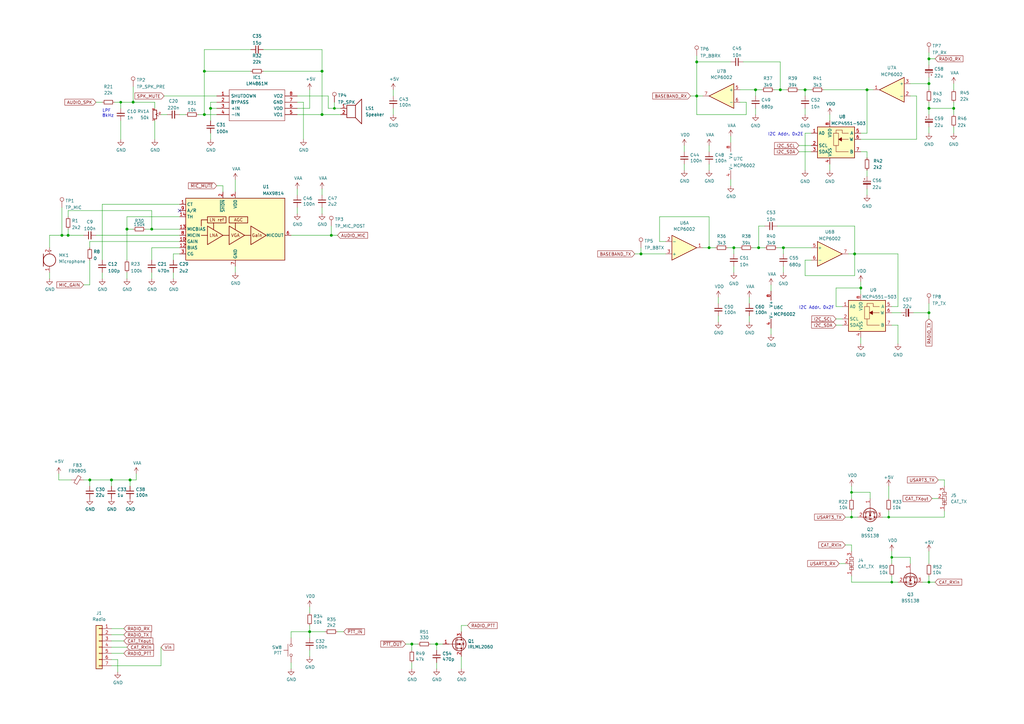
<source format=kicad_sch>
(kicad_sch (version 20211123) (generator eeschema)
  (paper "A3")
  (junction (at 53.34 196.85) (diameter 1.016))
  (junction (at 391.16 44.45) (diameter 1.016))
  (junction (at 364.49 212.09))
  (junction (at 168.91 264.16) (diameter 1.016))
  (junction (at 381 24.13) (diameter 1.016))
  (junction (at 350.52 104.14) (diameter 1.016))
  (junction (at 135.89 96.52) (diameter 1.016))
  (junction (at 321.31 101.6) (diameter 1.016))
  (junction (at 320.04 36.83) (diameter 1.016))
  (junction (at 54.61 41.91) (diameter 1.016))
  (junction (at 349.25 201.93))
  (junction (at 179.07 264.16) (diameter 1.016))
  (junction (at 365.76 228.6))
  (junction (at 330.2 36.83) (diameter 1.016))
  (junction (at 381 34.29) (diameter 1.016))
  (junction (at 365.76 238.76))
  (junction (at 355.6 36.83) (diameter 1.016))
  (junction (at 127 259.08) (diameter 1.016))
  (junction (at 311.15 101.6) (diameter 1.016))
  (junction (at 27.94 96.52) (diameter 1.016))
  (junction (at 349.25 212.09))
  (junction (at 132.08 46.99) (diameter 1.016))
  (junction (at 300.99 101.6) (diameter 1.016))
  (junction (at 62.23 93.98) (diameter 1.016))
  (junction (at 83.82 29.21) (diameter 1.016))
  (junction (at 45.72 196.85) (diameter 1.016))
  (junction (at 262.89 104.14) (diameter 1.016))
  (junction (at 285.75 25.4) (diameter 1.016))
  (junction (at 132.08 29.21) (diameter 1.016))
  (junction (at 381 44.45) (diameter 1.016))
  (junction (at 381 238.76))
  (junction (at 381 128.27) (diameter 1.016))
  (junction (at 36.83 196.85) (diameter 1.016))
  (junction (at 83.82 46.99) (diameter 1.016))
  (junction (at 285.75 39.37) (diameter 1.016))
  (junction (at 49.53 41.91))
  (junction (at 290.83 101.6) (diameter 1.016))
  (junction (at 353.06 118.11) (diameter 1.016))
  (junction (at 309.88 36.83) (diameter 1.016))
  (junction (at 52.07 93.98) (diameter 1.016))
  (junction (at 86.36 44.45) (diameter 1.016))
  (junction (at 137.16 44.45))
  (junction (at 25.4 96.52) (diameter 1.016))
  (no_connect (at 73.66 86.36))
  (wire (pts (xy 52.07 93.98) (xy 54.61 93.98)))
  (wire (pts (xy 349.25 209.55) (xy 349.25 212.09)))
  (wire (pts (xy 119.38 259.08) (xy 119.38 261.62)))
  (wire (pts (xy 304.8 25.4) (xy 320.04 25.4)))
  (wire (pts (xy 321.31 101.6) (xy 332.74 101.6)))
  (wire (pts (xy 381 128.27) (xy 381 130.81)))
  (wire (pts (xy 168.91 264.16) (xy 171.45 264.16)))
  (wire (pts (xy 353.06 57.15) (xy 375.92 57.15)))
  (wire (pts (xy 375.92 39.37) (xy 373.38 39.37)))
  (wire (pts (xy 375.92 57.15) (xy 375.92 39.37)))
  (wire (pts (xy 86.36 44.45) (xy 86.36 49.53)))
  (wire (pts (xy 342.9 130.81) (xy 345.44 130.81)))
  (wire (pts (xy 285.75 39.37) (xy 285.75 46.99)))
  (wire (pts (xy 285.75 46.99) (xy 306.07 46.99)))
  (wire (pts (xy 306.07 41.91) (xy 303.53 41.91)))
  (wire (pts (xy 306.07 46.99) (xy 306.07 41.91)))
  (wire (pts (xy 365.76 238.76) (xy 368.3 238.76)))
  (wire (pts (xy 45.72 260.35) (xy 50.8 260.35)))
  (wire (pts (xy 45.72 262.89) (xy 50.8 262.89)))
  (wire (pts (xy 344.17 231.14) (xy 346.71 231.14)))
  (wire (pts (xy 53.34 196.85) (xy 55.88 196.85)))
  (wire (pts (xy 83.82 20.32) (xy 83.82 29.21)))
  (wire (pts (xy 83.82 29.21) (xy 83.82 46.99)))
  (wire (pts (xy 364.49 199.39) (xy 364.49 204.47)))
  (wire (pts (xy 161.29 36.83) (xy 161.29 39.37)))
  (wire (pts (xy 62.23 111.76) (xy 62.23 114.3)))
  (wire (pts (xy 309.88 44.45) (xy 309.88 46.99)))
  (wire (pts (xy 378.46 238.76) (xy 381 238.76)))
  (wire (pts (xy 350.52 104.14) (xy 368.3 104.14)))
  (wire (pts (xy 384.81 196.85) (xy 387.35 196.85)))
  (wire (pts (xy 309.88 36.83) (xy 309.88 39.37)))
  (wire (pts (xy 303.53 36.83) (xy 309.88 36.83)))
  (wire (pts (xy 391.16 52.07) (xy 391.16 54.61)))
  (wire (pts (xy 45.72 265.43) (xy 52.07 265.43)))
  (wire (pts (xy 73.66 46.99) (xy 76.2 46.99)))
  (wire (pts (xy 137.16 44.45) (xy 139.7 44.45)))
  (wire (pts (xy 356.87 201.93) (xy 356.87 204.47)))
  (wire (pts (xy 36.83 106.68) (xy 36.83 116.84)))
  (wire (pts (xy 381 31.75) (xy 381 34.29)))
  (wire (pts (xy 285.75 39.37) (xy 285.75 25.4)))
  (wire (pts (xy 49.53 41.91) (xy 54.61 41.91)))
  (wire (pts (xy 54.61 41.91) (xy 63.5 41.91)))
  (wire (pts (xy 63.5 44.45) (xy 63.5 41.91)))
  (wire (pts (xy 34.29 196.85) (xy 36.83 196.85)))
  (wire (pts (xy 88.9 76.2) (xy 91.44 76.2)))
  (wire (pts (xy 91.44 78.74) (xy 91.44 76.2)))
  (wire (pts (xy 25.4 96.52) (xy 27.94 96.52)))
  (wire (pts (xy 20.32 96.52) (xy 25.4 96.52)))
  (wire (pts (xy 53.34 196.85) (xy 53.34 199.39)))
  (wire (pts (xy 189.23 269.24) (xy 189.23 274.32)))
  (wire (pts (xy 36.83 99.06) (xy 73.66 99.06)))
  (wire (pts (xy 285.75 39.37) (xy 288.29 39.37)))
  (wire (pts (xy 283.21 39.37) (xy 285.75 39.37)))
  (wire (pts (xy 132.08 77.47) (xy 132.08 80.01)))
  (wire (pts (xy 307.34 129.54) (xy 307.34 132.08)))
  (wire (pts (xy 121.92 77.47) (xy 121.92 80.01)))
  (wire (pts (xy 349.25 212.09) (xy 351.79 212.09)))
  (wire (pts (xy 119.38 271.78) (xy 119.38 274.32)))
  (wire (pts (xy 294.64 121.92) (xy 294.64 124.46)))
  (wire (pts (xy 45.72 273.05) (xy 66.04 273.05)))
  (wire (pts (xy 176.53 264.16) (xy 179.07 264.16)))
  (wire (pts (xy 36.83 196.85) (xy 36.83 199.39)))
  (wire (pts (xy 52.07 111.76) (xy 52.07 114.3)))
  (wire (pts (xy 54.61 35.56) (xy 54.61 41.91)))
  (wire (pts (xy 299.72 55.88) (xy 299.72 58.42)))
  (wire (pts (xy 62.23 93.98) (xy 73.66 93.98)))
  (wire (pts (xy 59.69 93.98) (xy 62.23 93.98)))
  (wire (pts (xy 349.25 201.93) (xy 356.87 201.93)))
  (wire (pts (xy 135.89 96.52) (xy 135.89 92.71)))
  (wire (pts (xy 138.43 96.52) (xy 135.89 96.52)))
  (wire (pts (xy 327.66 36.83) (xy 330.2 36.83)))
  (wire (pts (xy 330.2 36.83) (xy 330.2 39.37)))
  (wire (pts (xy 67.31 39.37) (xy 88.9 39.37)))
  (wire (pts (xy 20.32 96.52) (xy 20.32 101.6)))
  (wire (pts (xy 381 41.91) (xy 381 44.45)))
  (wire (pts (xy 381 44.45) (xy 381 46.99)))
  (wire (pts (xy 41.91 83.82) (xy 41.91 106.68)))
  (wire (pts (xy 73.66 83.82) (xy 41.91 83.82)))
  (wire (pts (xy 365.76 133.35) (xy 368.3 133.35)))
  (wire (pts (xy 368.3 133.35) (xy 368.3 140.97)))
  (wire (pts (xy 27.94 86.36) (xy 62.23 86.36)))
  (wire (pts (xy 300.99 109.22) (xy 300.99 111.76)))
  (wire (pts (xy 66.04 46.99) (xy 68.58 46.99)))
  (wire (pts (xy 24.13 196.85) (xy 24.13 194.31)))
  (wire (pts (xy 107.95 29.21) (xy 132.08 29.21)))
  (wire (pts (xy 166.37 264.16) (xy 168.91 264.16)))
  (wire (pts (xy 127 256.54) (xy 127 259.08)))
  (wire (pts (xy 71.12 104.14) (xy 71.12 106.68)))
  (wire (pts (xy 73.66 104.14) (xy 71.12 104.14)))
  (wire (pts (xy 96.52 73.66) (xy 96.52 78.74)))
  (wire (pts (xy 290.83 59.69) (xy 290.83 62.23)))
  (wire (pts (xy 364.49 212.09) (xy 387.35 212.09)))
  (wire (pts (xy 280.67 59.69) (xy 280.67 62.23)))
  (wire (pts (xy 45.72 257.81) (xy 50.8 257.81)))
  (wire (pts (xy 337.82 36.83) (xy 355.6 36.83)))
  (wire (pts (xy 355.6 54.61) (xy 353.06 54.61)))
  (wire (pts (xy 355.6 36.83) (xy 355.6 54.61)))
  (wire (pts (xy 316.23 116.84) (xy 316.23 119.38)))
  (wire (pts (xy 132.08 46.99) (xy 139.7 46.99)))
  (wire (pts (xy 327.66 59.69) (xy 332.74 59.69)))
  (wire (pts (xy 300.99 101.6) (xy 300.99 104.14)))
  (wire (pts (xy 365.76 228.6) (xy 373.38 228.6)))
  (wire (pts (xy 27.94 86.36) (xy 27.94 88.9)))
  (wire (pts (xy 321.31 101.6) (xy 321.31 104.14)))
  (wire (pts (xy 318.77 101.6) (xy 321.31 101.6)))
  (wire (pts (xy 36.83 196.85) (xy 45.72 196.85)))
  (wire (pts (xy 381 128.27) (xy 381 124.46)))
  (wire (pts (xy 138.43 259.08) (xy 140.97 259.08)))
  (wire (pts (xy 137.16 44.45) (xy 137.16 41.91)))
  (wire (pts (xy 317.5 36.83) (xy 320.04 36.83)))
  (wire (pts (xy 320.04 36.83) (xy 322.58 36.83)))
  (wire (pts (xy 134.62 44.45) (xy 137.16 44.45)))
  (wire (pts (xy 168.91 266.7) (xy 168.91 264.16)))
  (wire (pts (xy 316.23 137.16) (xy 316.23 134.62)))
  (wire (pts (xy 327.66 62.23) (xy 332.74 62.23)))
  (wire (pts (xy 285.75 25.4) (xy 299.72 25.4)))
  (wire (pts (xy 298.45 101.6) (xy 300.99 101.6)))
  (wire (pts (xy 300.99 101.6) (xy 303.53 101.6)))
  (wire (pts (xy 311.15 101.6) (xy 311.15 92.71)))
  (wire (pts (xy 311.15 92.71) (xy 313.69 92.71)))
  (wire (pts (xy 349.25 238.76) (xy 365.76 238.76)))
  (wire (pts (xy 39.37 96.52) (xy 73.66 96.52)))
  (wire (pts (xy 349.25 236.22) (xy 349.25 238.76)))
  (wire (pts (xy 381 24.13) (xy 383.54 24.13)))
  (wire (pts (xy 381 26.67) (xy 381 24.13)))
  (wire (pts (xy 45.72 196.85) (xy 53.34 196.85)))
  (wire (pts (xy 364.49 212.09) (xy 364.49 209.55)))
  (wire (pts (xy 46.99 41.91) (xy 49.53 41.91)))
  (wire (pts (xy 121.92 85.09) (xy 121.92 87.63)))
  (wire (pts (xy 349.25 201.93) (xy 349.25 204.47)))
  (wire (pts (xy 127 259.08) (xy 127 261.62)))
  (wire (pts (xy 330.2 44.45) (xy 330.2 46.99)))
  (wire (pts (xy 311.15 101.6) (xy 313.69 101.6)))
  (wire (pts (xy 308.61 101.6) (xy 311.15 101.6)))
  (wire (pts (xy 41.91 111.76) (xy 41.91 114.3)))
  (wire (pts (xy 48.26 270.51) (xy 48.26 275.59)))
  (wire (pts (xy 189.23 256.54) (xy 191.77 256.54)))
  (wire (pts (xy 355.6 77.47) (xy 355.6 80.01)))
  (wire (pts (xy 381 238.76) (xy 383.54 238.76)))
  (wire (pts (xy 381 21.59) (xy 381 24.13)))
  (wire (pts (xy 179.07 264.16) (xy 181.61 264.16)))
  (wire (pts (xy 330.2 106.68) (xy 330.2 113.03)))
  (wire (pts (xy 330.2 113.03) (xy 350.52 113.03)))
  (wire (pts (xy 332.74 106.68) (xy 330.2 106.68)))
  (wire (pts (xy 350.52 104.14) (xy 347.98 104.14)))
  (wire (pts (xy 350.52 113.03) (xy 350.52 104.14)))
  (wire (pts (xy 127 259.08) (xy 119.38 259.08)))
  (wire (pts (xy 307.34 121.92) (xy 307.34 124.46)))
  (wire (pts (xy 299.72 73.66) (xy 299.72 76.2)))
  (wire (pts (xy 34.29 116.84) (xy 36.83 116.84)))
  (wire (pts (xy 373.38 228.6) (xy 373.38 231.14)))
  (wire (pts (xy 365.76 228.6) (xy 365.76 231.14)))
  (wire (pts (xy 189.23 259.08) (xy 189.23 256.54)))
  (wire (pts (xy 161.29 44.45) (xy 161.29 46.99)))
  (wire (pts (xy 382.27 204.47) (xy 384.81 204.47)))
  (wire (pts (xy 355.6 69.85) (xy 355.6 72.39)))
  (wire (pts (xy 391.16 41.91) (xy 391.16 44.45)))
  (wire (pts (xy 49.53 41.91) (xy 49.53 44.45)))
  (wire (pts (xy 66.04 265.43) (xy 66.04 273.05)))
  (wire (pts (xy 132.08 85.09) (xy 132.08 87.63)))
  (wire (pts (xy 121.92 39.37) (xy 134.62 39.37)))
  (wire (pts (xy 309.88 36.83) (xy 312.42 36.83)))
  (wire (pts (xy 29.21 196.85) (xy 24.13 196.85)))
  (wire (pts (xy 320.04 25.4) (xy 320.04 36.83)))
  (wire (pts (xy 168.91 271.78) (xy 168.91 274.32)))
  (wire (pts (xy 127 259.08) (xy 133.35 259.08)))
  (wire (pts (xy 83.82 46.99) (xy 88.9 46.99)))
  (wire (pts (xy 81.28 46.99) (xy 83.82 46.99)))
  (wire (pts (xy 353.06 62.23) (xy 355.6 62.23)))
  (wire (pts (xy 355.6 62.23) (xy 355.6 64.77)))
  (wire (pts (xy 127 248.92) (xy 127 251.46)))
  (wire (pts (xy 39.37 41.91) (xy 41.91 41.91)))
  (wire (pts (xy 45.72 196.85) (xy 45.72 199.39)))
  (wire (pts (xy 368.3 104.14) (xy 368.3 125.73)))
  (wire (pts (xy 365.76 236.22) (xy 365.76 238.76)))
  (wire (pts (xy 290.83 67.31) (xy 290.83 69.85)))
  (wire (pts (xy 25.4 85.09) (xy 25.4 96.52)))
  (wire (pts (xy 321.31 109.22) (xy 321.31 111.76)))
  (wire (pts (xy 119.38 96.52) (xy 135.89 96.52)))
  (wire (pts (xy 20.32 111.76) (xy 20.32 114.3)))
  (wire (pts (xy 55.88 196.85) (xy 55.88 194.31)))
  (wire (pts (xy 179.07 264.16) (xy 179.07 266.7)))
  (wire (pts (xy 121.92 46.99) (xy 132.08 46.99)))
  (wire (pts (xy 353.06 138.43) (xy 353.06 140.97)))
  (wire (pts (xy 49.53 49.53) (xy 49.53 57.15)))
  (wire (pts (xy 63.5 49.53) (xy 63.5 57.15)))
  (wire (pts (xy 365.76 128.27) (xy 369.57 128.27)))
  (wire (pts (xy 368.3 125.73) (xy 365.76 125.73)))
  (wire (pts (xy 381 238.76) (xy 381 236.22)))
  (wire (pts (xy 83.82 29.21) (xy 102.87 29.21)))
  (wire (pts (xy 62.23 93.98) (xy 62.23 86.36)))
  (wire (pts (xy 346.71 223.52) (xy 349.25 223.52)))
  (wire (pts (xy 88.9 44.45) (xy 86.36 44.45)))
  (wire (pts (xy 86.36 41.91) (xy 88.9 41.91)))
  (wire (pts (xy 86.36 44.45) (xy 86.36 41.91)))
  (wire (pts (xy 62.23 101.6) (xy 62.23 106.68)))
  (wire (pts (xy 73.66 101.6) (xy 62.23 101.6)))
  (wire (pts (xy 96.52 109.22) (xy 96.52 111.76)))
  (wire (pts (xy 71.12 111.76) (xy 71.12 114.3)))
  (wire (pts (xy 342.9 133.35) (xy 345.44 133.35)))
  (wire (pts (xy 340.36 46.99) (xy 340.36 49.53)))
  (wire (pts (xy 391.16 34.29) (xy 391.16 36.83)))
  (wire (pts (xy 45.72 270.51) (xy 48.26 270.51)))
  (wire (pts (xy 83.82 20.32) (xy 102.87 20.32)))
  (wire (pts (xy 285.75 22.86) (xy 285.75 25.4)))
  (wire (pts (xy 290.83 101.6) (xy 288.29 101.6)))
  (wire (pts (xy 290.83 88.9) (xy 290.83 101.6)))
  (wire (pts (xy 270.51 88.9) (xy 290.83 88.9)))
  (wire (pts (xy 273.05 99.06) (xy 270.51 99.06)))
  (wire (pts (xy 270.51 99.06) (xy 270.51 88.9)))
  (wire (pts (xy 262.89 104.14) (xy 273.05 104.14)))
  (wire (pts (xy 349.25 223.52) (xy 349.25 226.06)))
  (wire (pts (xy 340.36 67.31) (xy 340.36 69.85)))
  (wire (pts (xy 107.95 20.32) (xy 132.08 20.32)))
  (wire (pts (xy 132.08 20.32) (xy 132.08 29.21)))
  (wire (pts (xy 132.08 29.21) (xy 132.08 46.99)))
  (wire (pts (xy 381 52.07) (xy 381 54.61)))
  (wire (pts (xy 294.64 129.54) (xy 294.64 132.08)))
  (wire (pts (xy 355.6 36.83) (xy 358.14 36.83)))
  (wire (pts (xy 346.71 212.09) (xy 349.25 212.09)))
  (wire (pts (xy 381 226.06) (xy 381 231.14)))
  (wire (pts (xy 332.74 54.61) (xy 330.2 54.61)))
  (wire (pts (xy 330.2 54.61) (xy 330.2 69.85)))
  (wire (pts (xy 260.35 104.14) (xy 262.89 104.14)))
  (wire (pts (xy 262.89 104.14) (xy 262.89 101.6)))
  (wire (pts (xy 330.2 36.83) (xy 332.74 36.83)))
  (wire (pts (xy 373.38 34.29) (xy 381 34.29)))
  (wire (pts (xy 381 34.29) (xy 381 36.83)))
  (wire (pts (xy 387.35 209.55) (xy 387.35 212.09)))
  (wire (pts (xy 342.9 118.11) (xy 353.06 118.11)))
  (wire (pts (xy 342.9 125.73) (xy 342.9 118.11)))
  (wire (pts (xy 345.44 125.73) (xy 342.9 125.73)))
  (wire (pts (xy 353.06 118.11) (xy 353.06 120.65)))
  (wire (pts (xy 121.92 41.91) (xy 124.46 41.91)))
  (wire (pts (xy 124.46 41.91) (xy 124.46 57.15)))
  (wire (pts (xy 52.07 93.98) (xy 52.07 106.68)))
  (wire (pts (xy 52.07 88.9) (xy 52.07 93.98)))
  (wire (pts (xy 73.66 88.9) (xy 52.07 88.9)))
  (wire (pts (xy 353.06 115.57) (xy 353.06 118.11)))
  (wire (pts (xy 36.83 99.06) (xy 36.83 101.6)))
  (wire (pts (xy 374.65 128.27) (xy 381 128.27)))
  (wire (pts (xy 27.94 93.98) (xy 27.94 96.52)))
  (wire (pts (xy 27.94 96.52) (xy 34.29 96.52)))
  (wire (pts (xy 387.35 196.85) (xy 387.35 199.39)))
  (wire (pts (xy 121.92 44.45) (xy 127 44.45)))
  (wire (pts (xy 127 36.83) (xy 127 44.45)))
  (wire (pts (xy 349.25 199.39) (xy 349.25 201.93)))
  (wire (pts (xy 350.52 92.71) (xy 350.52 104.14)))
  (wire (pts (xy 318.77 92.71) (xy 350.52 92.71)))
  (wire (pts (xy 381 44.45) (xy 391.16 44.45)))
  (wire (pts (xy 391.16 44.45) (xy 391.16 46.99)))
  (wire (pts (xy 280.67 67.31) (xy 280.67 69.85)))
  (wire (pts (xy 179.07 271.78) (xy 179.07 274.32)))
  (wire (pts (xy 361.95 212.09) (xy 364.49 212.09)))
  (wire (pts (xy 45.72 267.97) (xy 50.8 267.97)))
  (wire (pts (xy 86.36 54.61) (xy 86.36 57.15)))
  (wire (pts (xy 127 266.7) (xy 127 269.24)))
  (wire (pts (xy 365.76 226.06) (xy 365.76 228.6)))
  (wire (pts (xy 290.83 101.6) (xy 293.37 101.6)))
  (wire (pts (xy 134.62 39.37) (xy 134.62 44.45)))
  (text "LPF\n8kHz" (at 41.91 48.26 0) (effects (font (size 1.27 1.27)) (justify left bottom)))
  (text "I2C Addr. 0x2E" (at 314.96 55.88 0) (effects (font (size 1.27 1.27)) (justify left bottom)))
  (text "I2C Addr. 0x2F" (at 327.66 127 0) (effects (font (size 1.27 1.27)) (justify left bottom)))
  (global_label "CAT_RXin" (shape input) (at 383.54 238.76 0) (property "Intersheet References" "${INTERSHEET_REFS}" (effects hide)))
  (global_label "USART3_TX" (shape input) (at 346.71 212.09 180) (property "Intersheet References" "${INTERSHEET_REFS}" (effects hide)))
  (global_label "CAT_TXout" (shape input) (at 50.8 262.89 0) (property "Intersheet References" "${INTERSHEET_REFS}" (effects hide)))
  (global_label "RADIO_RX" (shape input) (at 50.8 257.81 0) (property "Intersheet References" "${INTERSHEET_REFS}" (effects hide)))
  (global_label "I2C_SCL" (shape input) (at 327.66 59.69 180) (property "Intersheet References" "${INTERSHEET_REFS}" (effects hide)))
  (global_label "USART3_TX" (shape input) (at 384.81 196.85 180) (property "Intersheet References" "${INTERSHEET_REFS}" (effects hide)))
  (global_label "CAT_RXin" (shape input) (at 346.71 223.52 180) (property "Intersheet References" "${INTERSHEET_REFS}" (effects hide)))
  (global_label "~{MIC_MUTE}" (shape input) (at 88.9 76.2 180) (property "Intersheet References" "${INTERSHEET_REFS}" (effects hide)))
  (global_label "I2C_SDA" (shape input) (at 342.9 133.35 180) (property "Intersheet References" "${INTERSHEET_REFS}" (effects hide)))
  (global_label "RADIO_TX" (shape input) (at 50.8 260.35 0) (property "Intersheet References" "${INTERSHEET_REFS}" (effects hide)))
  (global_label "RADIO_PTT" (shape input) (at 50.8 267.97 0) (property "Intersheet References" "${INTERSHEET_REFS}" (effects hide)))
  (global_label "~{PTT_IN}" (shape input) (at 140.97 259.08 0) (property "Intersheet References" "${INTERSHEET_REFS}" (effects hide)))
  (global_label "RADIO_PTT" (shape input) (at 191.77 256.54 0) (property "Intersheet References" "${INTERSHEET_REFS}" (effects hide)))
  (global_label "RADIO_RX" (shape input) (at 383.54 24.13 0) (property "Intersheet References" "${INTERSHEET_REFS}" (effects hide)))
  (global_label "CAT_RXin" (shape input) (at 52.07 265.43 0) (property "Intersheet References" "${INTERSHEET_REFS}" (effects hide)))
  (global_label "~{PTT_OUT}" (shape input) (at 166.37 264.16 180) (property "Intersheet References" "${INTERSHEET_REFS}" (effects hide)))
  (global_label "I2C_SCL" (shape input) (at 342.9 130.81 180) (property "Intersheet References" "${INTERSHEET_REFS}" (effects hide)))
  (global_label "MIC_GAIN" (shape input) (at 34.29 116.84 180) (property "Intersheet References" "${INTERSHEET_REFS}" (effects hide)))
  (global_label "Vin" (shape input) (at 66.04 265.43 0) (property "Intersheet References" "${INTERSHEET_REFS}" (effects hide)))
  (global_label "AUDIO_SPK" (shape input) (at 39.37 41.91 180) (property "Intersheet References" "${INTERSHEET_REFS}" (effects hide)))
  (global_label "I2C_SDA" (shape input) (at 327.66 62.23 180) (property "Intersheet References" "${INTERSHEET_REFS}" (effects hide)))
  (global_label "CAT_TXout" (shape input) (at 382.27 204.47 180) (property "Intersheet References" "${INTERSHEET_REFS}" (effects hide)))
  (global_label "BASEBAND_RX" (shape input) (at 283.21 39.37 180) (property "Intersheet References" "${INTERSHEET_REFS}" (effects hide)))
  (global_label "RADIO_TX" (shape input) (at 381 130.81 270) (property "Intersheet References" "${INTERSHEET_REFS}" (effects hide)))
  (global_label "AUDIO_MIC" (shape input) (at 138.43 96.52 0) (property "Intersheet References" "${INTERSHEET_REFS}" (effects hide)))
  (global_label "USART3_RX" (shape input) (at 344.17 231.14 180) (property "Intersheet References" "${INTERSHEET_REFS}" (effects hide)))
  (global_label "BASEBAND_TX" (shape input) (at 260.35 104.14 180) (property "Intersheet References" "${INTERSHEET_REFS}" (effects hide)))
  (global_label "SPK_MUTE" (shape input) (at 67.31 39.37 180) (property "Intersheet References" "${INTERSHEET_REFS}" (effects hide)))
  (symbol (lib_id "Device:Ferrite_Bead_Small") (at 31.75 196.85 270) (unit 1)
    (property "Reference" "FB3" (at 31.75 190.8302 90))
    (property "Value" "FB0805" (at 31.75 193.1416 90))
    (property "Footprint" "pkl_dipol:L_0805" (effects hide))
  )
  (symbol (lib_id "pkl_device:pkl_C_Small") (at 36.83 201.93 0) (unit 1)
    (property "Reference" "C30" (at 39.1668 200.7616 0) (effects (justify left)))
    (property "Value" "22u" (at 39.1668 203.073 0) (effects (justify left)))
    (property "Footprint" "pkl_dipol:C_0603" (effects hide))
  )
  (symbol (lib_id "pkl_device:pkl_C_Small") (at 45.72 201.93 0) (unit 1)
    (property "Reference" "C33" (at 48.0568 200.7616 0) (effects (justify left)))
    (property "Value" "1u" (at 48.0568 203.073 0) (effects (justify left)))
    (property "Footprint" "pkl_dipol:C_0603" (effects hide))
  )
  (symbol (lib_id "pkl_device:pkl_C_Small") (at 53.34 201.93 0) (unit 1)
    (property "Reference" "C38" (at 55.6768 200.7616 0) (effects (justify left)))
    (property "Value" "100n" (at 55.6768 203.073 0) (effects (justify left)))
    (property "Footprint" "pkl_dipol:C_0603" (effects hide))
  )
  (symbol (lib_id "power:GND") (at 36.83 204.47 0) (unit 1)
    (property "Reference" "#PWR069" (effects hide))
    (property "Value" "GND" (at 36.957 208.8642 0))
  )
  (symbol (lib_id "power:GND") (at 45.72 204.47 0) (unit 1)
    (property "Reference" "#PWR075" (effects hide))
    (property "Value" "GND" (at 45.847 208.8642 0))
  )
  (symbol (lib_id "power:GND") (at 53.34 204.47 0) (unit 1)
    (property "Reference" "#PWR077" (effects hide))
    (property "Value" "GND" (at 53.467 208.8642 0))
  )
  (symbol (lib_id "power:VAA") (at 55.88 194.31 0) (unit 1)
    (property "Reference" "#PWR079" (effects hide))
    (property "Value" "VAA" (at 56.261 189.9158 0))
  )
  (symbol (lib_id "power:VAA") (at 121.92 77.47 0) (unit 1)
    (property "Reference" "#PWR094" (effects hide))
    (property "Value" "VAA" (at 122.301 73.0758 0))
  )
  (symbol (lib_id "pkl_device:pkl_C_Small") (at 121.92 82.55 0) (unit 1)
    (property "Reference" "C46" (at 124.2568 81.3816 0) (effects (justify left)))
    (property "Value" "100n" (at 124.2568 83.693 0) (effects (justify left)))
    (property "Footprint" "pkl_dipol:C_0603" (effects hide))
  )
  (symbol (lib_id "pkl_device:pkl_C_Small") (at 132.08 82.55 0) (unit 1)
    (property "Reference" "C47" (at 134.4168 81.3816 0) (effects (justify left)))
    (property "Value" "2u2" (at 134.4168 83.693 0) (effects (justify left)))
    (property "Footprint" "pkl_dipol:C_0603" (effects hide))
  )
  (symbol (lib_id "power:VAA") (at 132.08 77.47 0) (unit 1)
    (property "Reference" "#PWR097" (effects hide))
    (property "Value" "VAA" (at 132.461 73.0758 0))
  )
  (symbol (lib_id "power:GND") (at 121.92 87.63 0) (unit 1)
    (property "Reference" "#PWR095" (effects hide))
    (property "Value" "GND" (at 122.047 92.0242 0))
  )
  (symbol (lib_id "power:GND") (at 132.08 87.63 0) (unit 1)
    (property "Reference" "#PWR098" (effects hide))
    (property "Value" "GND" (at 132.207 92.0242 0))
  )
  (symbol (lib_id "power:+5V") (at 161.29 36.83 0) (unit 1)
    (property "Reference" "#PWR089" (effects hide))
    (property "Value" "+5V" (at 161.671 32.4358 0))
  )
  (symbol (lib_id "pkl_device:pkl_C_Small") (at 161.29 41.91 0) (unit 1)
    (property "Reference" "C43" (at 163.6268 40.7416 0) (effects (justify left)))
    (property "Value" "100n" (at 163.6268 43.053 0) (effects (justify left)))
    (property "Footprint" "pkl_dipol:C_0603" (effects hide))
  )
  (symbol (lib_id "power:GND") (at 161.29 46.99 0) (unit 1)
    (property "Reference" "#PWR090" (effects hide))
    (property "Value" "GND" (at 161.417 51.3842 0))
  )
  (symbol (lib_id "pkl_device:pkl_R_Small") (at 127 254 0) (unit 1)
    (property "Reference" "R34" (at 128.4986 252.8316 0) (effects (justify left)))
    (property "Value" "10k" (at 128.4986 255.143 0) (effects (justify left)))
    (property "Footprint" "pkl_dipol:R_0603" (effects hide))
  )
  (symbol (lib_id "power:VDD") (at 127 248.92 0) (unit 1)
    (property "Reference" "#PWR072" (effects hide))
    (property "Value" "VDD" (at 127.381 244.5258 0))
  )
  (symbol (lib_id "pkl_device:pkl_C_Small") (at 127 264.16 0) (unit 1)
    (property "Reference" "C32" (at 129.3368 262.9916 0) (effects (justify left)))
    (property "Value" "100n" (at 129.3368 265.303 0) (effects (justify left)))
    (property "Footprint" "pkl_dipol:C_0603" (effects hide))
  )
  (symbol (lib_id "power:GND") (at 127 269.24 0) (unit 1)
    (property "Reference" "#PWR073" (effects hide))
    (property "Value" "GND" (at 127.127 273.6342 0))
  )
  (symbol (lib_id "pkl_device:pkl_R_Small") (at 135.89 259.08 270) (unit 1)
    (property "Reference" "R35" (at 135.89 254.1016 90))
    (property "Value" "2k2" (at 135.89 256.413 90))
    (property "Footprint" "pkl_dipol:R_0603" (effects hide))
  )
  (symbol (lib_id "power:VAA") (at 299.72 55.88 0) (unit 1)
    (property "Reference" "#PWR0105" (effects hide))
    (property "Value" "VAA" (at 300.101 51.4858 0))
  )
  (symbol (lib_id "power:GND") (at 299.72 76.2 0) (unit 1)
    (property "Reference" "#PWR0106" (effects hide))
    (property "Value" "GND" (at 299.847 80.5942 0))
  )
  (symbol (lib_id "power:VAA") (at 316.23 116.84 0) (unit 1)
    (property "Reference" "#PWR0119" (effects hide))
    (property "Value" "VAA" (at 316.611 112.4458 0))
  )
  (symbol (lib_id "power:GND") (at 316.23 137.16 0) (unit 1)
    (property "Reference" "#PWR0120" (effects hide))
    (property "Value" "GND" (at 316.357 141.5542 0))
  )
  (symbol (lib_id "power:VAA") (at 290.83 59.69 0) (unit 1)
    (property "Reference" "#PWR0102" (effects hide))
    (property "Value" "VAA" (at 291.211 55.2958 0))
  )
  (symbol (lib_id "pkl_device:pkl_C_Small") (at 290.83 64.77 0) (unit 1)
    (property "Reference" "C48" (at 293.1668 63.6016 0) (effects (justify left)))
    (property "Value" "100n" (at 293.1668 65.913 0) (effects (justify left)))
    (property "Footprint" "pkl_dipol:C_0603" (effects hide))
  )
  (symbol (lib_id "power:GND") (at 290.83 69.85 0) (unit 1)
    (property "Reference" "#PWR0103" (effects hide))
    (property "Value" "GND" (at 290.957 74.2442 0))
  )
  (symbol (lib_id "power:VAA") (at 307.34 121.92 0) (unit 1)
    (property "Reference" "#PWR0116" (effects hide))
    (property "Value" "VAA" (at 307.721 117.5258 0))
  )
  (symbol (lib_id "pkl_device:pkl_C_Small") (at 307.34 127 0) (unit 1)
    (property "Reference" "C60" (at 309.6768 125.8316 0) (effects (justify left)))
    (property "Value" "100n" (at 309.6768 128.143 0) (effects (justify left)))
    (property "Footprint" "pkl_dipol:C_0603" (effects hide))
  )
  (symbol (lib_id "power:GND") (at 307.34 132.08 0) (unit 1)
    (property "Reference" "#PWR0117" (effects hide))
    (property "Value" "GND" (at 307.467 136.4742 0))
  )
  (symbol (lib_id "pkl_device:pkl_R_Small") (at 168.91 269.24 0) (unit 1)
    (property "Reference" "R49" (at 170.4086 268.0716 0) (effects (justify left)))
    (property "Value" "47k" (at 170.4086 270.383 0) (effects (justify left)))
    (property "Footprint" "pkl_dipol:R_0603" (effects hide))
  )
  (symbol (lib_id "pkl_device:pkl_R_Small") (at 173.99 264.16 270) (unit 1)
    (property "Reference" "R51" (at 173.99 259.1816 90))
    (property "Value" "330" (at 173.99 261.493 90))
    (property "Footprint" "pkl_dipol:R_0603" (effects hide))
  )
  (symbol (lib_id "pkl_device:pkl_C_Small") (at 179.07 269.24 0) (unit 1)
    (property "Reference" "C54" (at 181.4068 268.0716 0) (effects (justify left)))
    (property "Value" "470p" (at 181.4068 270.383 0) (effects (justify left)))
    (property "Footprint" "pkl_dipol:C_0603" (effects hide))
  )
  (symbol (lib_id "Transistor_FET:IRLML2060") (at 186.69 264.16 0) (unit 1)
    (property "Reference" "Q1" (at 191.8716 262.9916 0) (effects (justify left)))
    (property "Value" "IRLML2060" (at 191.8716 265.303 0) (effects (justify left)))
    (property "Footprint" "pkl_housings_sot:SOT-23" (effects hide))
    (property "Datasheet" "https://www.infineon.com/dgdl/irlml2060pbf.pdf?fileId=5546d462533600a401535664b7fb25ee" (effects hide))
  )
  (symbol (lib_id "power:GND") (at 168.91 274.32 0) (unit 1)
    (property "Reference" "#PWR0109" (effects hide))
    (property "Value" "GND" (at 169.037 278.7142 0))
  )
  (symbol (lib_id "power:GND") (at 179.07 274.32 0) (unit 1)
    (property "Reference" "#PWR0111" (effects hide))
    (property "Value" "GND" (at 179.197 278.7142 0))
  )
  (symbol (lib_id "power:GND") (at 189.23 274.32 0) (unit 1)
    (property "Reference" "#PWR0114" (effects hide))
    (property "Value" "GND" (at 189.357 278.7142 0))
  )
  (symbol (lib_id "power:GND") (at 48.26 275.59 0) (unit 1)
    (property "Reference" "#PWR099" (effects hide))
    (property "Value" "GND" (at 48.387 279.9842 0))
  )
  (symbol (lib_id "pkl_device:pkl_C_Small") (at 36.83 96.52 90) (unit 1)
    (property "Reference" "C9" (at 36.83 90.9913 90))
    (property "Value" "100n" (at 36.83 93.7664 90))
    (property "Footprint" "pkl_dipol:C_0603" (effects hide))
  )
  (symbol (lib_id "pkl_device:pkl_R_Small") (at 335.28 36.83 90) (unit 1)
    (property "Reference" "R41" (at 335.28 32.1268 90))
    (property "Value" "3k3" (at 335.28 34.9019 90))
    (property "Footprint" "pkl_dipol:R_0603" (effects hide))
  )
  (symbol (lib_id "Connector:TestPoint") (at 25.4 85.09 0) (unit 1)
    (property "Reference" "TP1" (at 26.7971 82.34 0) (effects (justify left)))
    (property "Value" "TP_MIC" (at 26.7971 85.1151 0) (effects (justify left)))
    (property "Footprint" "TestPoint:TestPoint_Pad_D1.0mm" (effects hide))
  )
  (symbol (lib_id "power:GND") (at 280.67 69.85 0) (unit 1)
    (property "Reference" "#PWR086" (effects hide))
    (property "Value" "GND" (at 280.797 74.2442 0))
  )
  (symbol (lib_id "power:VAA") (at 96.52 73.66 0) (unit 1)
    (property "Reference" "#PWR066" (effects hide))
    (property "Value" "VAA" (at 96.901 69.2658 0))
  )
  (symbol (lib_id "Transistor_FET:BSS138") (at 356.87 209.55 270) (unit 1)
    (property "Reference" "Q2" (at 356.87 217.17 90))
    (property "Value" "BSS138" (at 356.87 219.71 90))
    (property "Footprint" "Package_TO_SOT_SMD:SOT-23" (effects hide))
    (property "Datasheet" "https://www.onsemi.com/pub/Collateral/BSS138-D.PDF" (effects hide))
  )
  (symbol (lib_id "Connector:TestPoint") (at 54.61 35.56 0) (unit 1)
    (property "Reference" "TP2" (at 56.0071 32.81 0) (effects (justify left)))
    (property "Value" "TP_SPK_PRE" (at 56.0071 35.5851 0) (effects (justify left)))
    (property "Footprint" "TestPoint:TestPoint_Pad_D1.0mm" (effects hide))
  )
  (symbol (lib_id "pkl_device:pkl_R_Small") (at 36.83 104.14 0) (unit 1)
    (property "Reference" "R8" (at 38.3287 103.2315 0) (effects (justify left)))
    (property "Value" "0" (at 38.3287 106.0066 0) (effects (justify left)))
    (property "Footprint" "pkl_dipol:R_0603" (effects hide))
  )
  (symbol (lib_id "pkl_device:pkl_R_Small") (at 391.16 39.37 0) (unit 1)
    (property "Reference" "R45" (at 393.7 38.0999 0) (effects (justify left)))
    (property "Value" "22k" (at 393.7 40.6399 0) (effects (justify left)))
    (property "Footprint" "pkl_dipol:R_0603" (effects hide))
  )
  (symbol (lib_id "power:VDD") (at 349.25 199.39 0) (unit 1)
    (property "Reference" "#PWR0142" (effects hide))
    (property "Value" "VDD" (at 349.631 194.9958 0))
  )
  (symbol (lib_id "pkl_device:pkl_R_Small") (at 78.74 46.99 90) (unit 1)
    (property "Reference" "R31" (at 78.74 42.2868 90))
    (property "Value" "10k" (at 78.74 45.0619 90))
    (property "Footprint" "pkl_dipol:R_0603" (effects hide))
  )
  (symbol (lib_id "Amplifier_Operational:MCP602") (at 295.91 39.37 0) (mirror y) (unit 2)
    (property "Reference" "U7" (at 295.91 29.21 0))
    (property "Value" "MCP6002" (at 295.91 31.75 0))
    (property "Footprint" "Package_SO:SOIC-8_3.9x4.9mm_P1.27mm" (effects hide))
    (property "Datasheet" "http://ww1.microchip.com/downloads/en/DeviceDoc/21314g.pdf" (effects hide))
  )
  (symbol (lib_id "power:+5V") (at 381 226.06 0) (unit 1)
    (property "Reference" "#PWR0133" (effects hide))
    (property "Value" "+5V" (at 381 222.4554 0))
  )
  (symbol (lib_id "power:GND") (at 63.5 57.15 0) (unit 1)
    (property "Reference" "#PWR014" (effects hide))
    (property "Value" "GND" (at 63.627 61.5442 0))
  )
  (symbol (lib_id "power:GND") (at 52.07 114.3 0) (unit 1)
    (property "Reference" "#PWR021" (effects hide))
    (property "Value" "GND" (at 52.197 118.6942 0))
  )
  (symbol (lib_id "power:GND") (at 62.23 114.3 0) (unit 1)
    (property "Reference" "#PWR026" (effects hide))
    (property "Value" "GND" (at 62.357 118.6942 0))
  )
  (symbol (lib_id "pkl_device:pkl_R_Small") (at 316.23 101.6 90) (unit 1)
    (property "Reference" "R40" (at 316.23 96.8968 90))
    (property "Value" "3k9" (at 316.23 99.6719 90))
    (property "Footprint" "pkl_dipol:R_0603" (effects hide))
  )
  (symbol (lib_id "pkl_misc:pkl_double_jumper_ncno") (at 349.25 231.14 90) (unit 1)
    (property "Reference" "J4" (at 351.79 229.8699 90) (effects (justify right)))
    (property "Value" "CAT_TX" (at 351.79 232.4099 90) (effects (justify right)))
    (property "Footprint" "pkl_jumpers:J_NCNO_0903_20" (effects hide))
  )
  (symbol (lib_id "power:GND") (at 391.16 54.61 0) (unit 1)
    (property "Reference" "#PWR0122" (effects hide))
    (property "Value" "GND" (at 391.16 59.1726 0))
  )
  (symbol (lib_id "power:VDD") (at 340.36 46.99 0) (unit 1)
    (property "Reference" "#PWR0107" (effects hide))
    (property "Value" "VDD" (at 340.741 42.5958 0))
  )
  (symbol (lib_id "power:+5V") (at 127 36.83 0) (unit 1)
    (property "Reference" "#PWR078" (effects hide))
    (property "Value" "+5V" (at 127.381 32.4358 0))
  )
  (symbol (lib_id "pkl_device:pkl_R_Small") (at 381 233.68 0) (unit 1)
    (property "Reference" "R52" (at 382.4986 232.5116 0) (effects (justify left)))
    (property "Value" "10k" (at 382.4986 234.823 0) (effects (justify left)))
    (property "Footprint" "pkl_dipol:R_0603" (effects hide))
  )
  (symbol (lib_id "pkl_device:pkl_C_Small") (at 49.53 46.99 180) (unit 1)
    (property "Reference" "C10" (at 52.07 45.7135 0) (effects (justify right)))
    (property "Value" "1n" (at 52.07 48.2535 0) (effects (justify right)))
    (property "Footprint" "pkl_dipol:C_0603" (effects hide))
  )
  (symbol (lib_id "Connector:TestPoint") (at 262.89 101.6 0) (unit 1)
    (property "Reference" "TP5" (at 264.2871 98.85 0) (effects (justify left)))
    (property "Value" "TP_BBTX" (at 264.2871 101.6251 0) (effects (justify left)))
    (property "Footprint" "TestPoint:TestPoint_Pad_D1.0mm" (effects hide))
  )
  (symbol (lib_id "power:GND") (at 41.91 114.3 0) (unit 1)
    (property "Reference" "#PWR06" (effects hide))
    (property "Value" "GND" (at 42.037 118.6942 0))
  )
  (symbol (lib_id "power:GND") (at 381 54.61 0) (unit 1)
    (property "Reference" "#PWR0115" (effects hide))
    (property "Value" "GND" (at 381 59.1726 0))
  )
  (symbol (lib_id "power:GND") (at 330.2 69.85 0) (unit 1)
    (property "Reference" "#PWR0101" (effects hide))
    (property "Value" "GND" (at 330.2 74.4126 0))
  )
  (symbol (lib_id "power:VDD") (at 365.76 226.06 0) (unit 1)
    (property "Reference" "#PWR0134" (effects hide))
    (property "Value" "VDD" (at 366.141 221.6658 0))
  )
  (symbol (lib_id "pkl_device:pkl_C_Small") (at 302.26 25.4 90) (unit 1)
    (property "Reference" "C45" (at 302.26 19.8713 90))
    (property "Value" "10n" (at 302.26 22.6464 90))
    (property "Footprint" "pkl_dipol:C_0603" (effects hide))
  )
  (symbol (lib_id "power:VAA") (at 391.16 34.29 0) (unit 1)
    (property "Reference" "#PWR0121" (effects hide))
    (property "Value" "VAA" (at 391.541 29.8958 0))
  )
  (symbol (lib_id "Module17:MCP4551") (at 355.6 130.81 0) (unit 1)
    (property "Reference" "U9" (at 358.14 118.9694 0))
    (property "Value" "MCP4551-503" (at 360.68 121.7445 0))
    (property "Footprint" "Package_DFN_QFN:DFN-8-1EP_3x3mm_P0.65mm_EP1.55x2.4mm" (effects hide))
  )
  (symbol (lib_id "power:GND") (at 368.3 140.97 0) (unit 1)
    (property "Reference" "#PWR0118" (effects hide))
    (property "Value" "GND" (at 368.3 145.5326 0))
  )
  (symbol (lib_id "Connector:TestPoint") (at 135.89 92.71 0) (unit 1)
    (property "Reference" "TP3" (at 137.2871 89.96 0) (effects (justify left)))
    (property "Value" "TP_MIC_POST" (at 137.2871 92.7351 0) (effects (justify left)))
    (property "Footprint" "TestPoint:TestPoint_Pad_D1.0mm" (effects hide))
  )
  (symbol (lib_id "power:VDD") (at 353.06 115.57 0) (unit 1)
    (property "Reference" "#PWR0112" (effects hide))
    (property "Value" "VDD" (at 353.441 111.1758 0))
  )
  (symbol (lib_id "pkl_device:pkl_R_Small") (at 381 39.37 0) (unit 1)
    (property "Reference" "R43" (at 382.4987 38.4615 0) (effects (justify left)))
    (property "Value" "22k" (at 382.4987 41.2366 0) (effects (justify left)))
    (property "Footprint" "pkl_dipol:R_0603" (effects hide))
  )
  (symbol (lib_id "pkl_device:pkl_R_Small") (at 105.41 29.21 90) (unit 1)
    (property "Reference" "R32" (at 105.41 22.86 90))
    (property "Value" "22k" (at 105.41 25.4 90))
    (property "Footprint" "pkl_dipol:R_0603" (effects hide))
  )
  (symbol (lib_id "power:GND") (at 353.06 140.97 0) (unit 1)
    (property "Reference" "#PWR0113" (effects hide))
    (property "Value" "GND" (at 353.06 145.5326 0))
  )
  (symbol (lib_id "power:GND") (at 340.36 69.85 0) (unit 1)
    (property "Reference" "#PWR0108" (effects hide))
    (property "Value" "GND" (at 340.36 74.4126 0))
  )
  (symbol (lib_id "pkl_device:pkl_R_Small") (at 365.76 233.68 0) (mirror y) (unit 1)
    (property "Reference" "R50" (at 364.2614 232.5116 0) (effects (justify left)))
    (property "Value" "10k" (at 364.2614 234.823 0) (effects (justify left)))
    (property "Footprint" "pkl_dipol:R_0603" (effects hide))
  )
  (symbol (lib_id "pkl_device:pkl_R_Small") (at 349.25 207.01 0) (mirror y) (unit 1)
    (property "Reference" "R22" (at 347.7514 205.8416 0) (effects (justify left)))
    (property "Value" "10k" (at 347.7514 208.153 0) (effects (justify left)))
    (property "Footprint" "pkl_dipol:R_0603" (effects hide))
  )
  (symbol (lib_id "Device:Speaker") (at 144.78 44.45 0) (unit 1)
    (property "Reference" "LS1" (at 149.86 44.4499 0) (effects (justify left)))
    (property "Value" "Speaker" (at 149.86 46.9899 0) (effects (justify left)))
    (property "Footprint" "M17-SmartMic:CMS151135078SP" (effects hide))
  )
  (symbol (lib_id "pkl_device:pkl_C_Small") (at 294.64 127 0) (unit 1)
    (property "Reference" "C50" (at 296.9768 125.8316 0) (effects (justify left)))
    (property "Value" "100n" (at 296.9768 128.143 0) (effects (justify left)))
    (property "Footprint" "pkl_dipol:C_0603" (effects hide))
  )
  (symbol (lib_id "pkl_device:pkl_C_Small") (at 309.88 41.91 0) (unit 1)
    (property "Reference" "C49" (at 312.2042 41.0015 0) (effects (justify left)))
    (property "Value" "680p" (at 312.2042 43.7766 0) (effects (justify left)))
    (property "Footprint" "pkl_dipol:C_0603" (effects hide))
  )
  (symbol (lib_id "power:VDD") (at 294.64 121.92 0) (unit 1)
    (property "Reference" "#PWR091" (effects hide))
    (property "Value" "VDD" (at 295.021 117.5258 0))
  )
  (symbol (lib_id "power:GND") (at 49.53 57.15 0) (unit 1)
    (property "Reference" "#PWR0131" (effects hide))
    (property "Value" "GND" (at 49.657 61.5442 0))
  )
  (symbol (lib_id "Amplifier_Operational:MCP602") (at 280.67 101.6 0) (mirror x) (unit 1)
    (property "Reference" "U6" (at 280.67 91.44 0))
    (property "Value" "MCP6002" (at 280.67 93.98 0))
    (property "Footprint" "Package_SO:SOIC-8_3.9x4.9mm_P1.27mm" (effects hide))
    (property "Datasheet" "http://ww1.microchip.com/downloads/en/DeviceDoc/21314g.pdf" (effects hide))
  )
  (symbol (lib_id "power:GND") (at 71.12 114.3 0) (unit 1)
    (property "Reference" "#PWR027" (effects hide))
    (property "Value" "GND" (at 71.247 118.6942 0))
  )
  (symbol (lib_id "power:GND") (at 300.99 111.76 0) (unit 1)
    (property "Reference" "#PWR093" (effects hide))
    (property "Value" "GND" (at 300.99 116.3226 0))
  )
  (symbol (lib_id "pkl_device:pkl_CP_Small") (at 381 29.21 180) (unit 1)
    (property "Reference" "C58" (at 383.1591 28.3015 0) (effects (justify right)))
    (property "Value" "22u" (at 383.1591 31.0766 0) (effects (justify right)))
    (property "Footprint" "Capacitor_Tantalum_SMD:CP_EIA-3216-18_Kemet-A" (effects hide))
  )
  (symbol (lib_id "pkl_device:pkl_R_Small") (at 325.12 36.83 90) (unit 1)
    (property "Reference" "R39" (at 325.12 32.1268 90))
    (property "Value" "39k" (at 325.12 34.9019 90))
    (property "Footprint" "pkl_dipol:R_0603" (effects hide))
  )
  (symbol (lib_id "Connector:TestPoint") (at 285.75 22.86 0) (unit 1)
    (property "Reference" "TP6" (at 287.1471 20.11 0) (effects (justify left)))
    (property "Value" "TP_BBRX" (at 287.1471 22.8851 0) (effects (justify left)))
    (property "Footprint" "TestPoint:TestPoint_Pad_D1.0mm" (effects hide))
  )
  (symbol (lib_id "pkl_device:pkl_C_Small") (at 62.23 109.22 0) (unit 1)
    (property "Reference" "C21" (at 64.5542 108.3115 0) (effects (justify left)))
    (property "Value" "470n" (at 64.5542 111.0866 0) (effects (justify left)))
    (property "Footprint" "pkl_dipol:C_0603" (effects hide))
  )
  (symbol (lib_name "R_Potentiometer_Switch_1") (lib_id "M17-SmartMic:R_Potentiometer_Switch") (at 63.5 46.99 0) (mirror x) (unit 1)
    (property "Reference" "RV1" (at 61.214 45.6945 0) (effects (justify right)))
    (property "Value" "50k" (at 61.214 48.2345 0) (effects (justify right)))
    (property "Footprint" "M17-SmartMic:PTR901" (effects hide))
  )
  (symbol (lib_id "pkl_device:pkl_C_Small") (at 41.91 109.22 0) (unit 1)
    (property "Reference" "C12" (at 44.2342 108.3115 0) (effects (justify left)))
    (property "Value" "100p" (at 44.2342 111.0866 0) (effects (justify left)))
    (property "Footprint" "pkl_dipol:C_0603" (effects hide))
  )
  (symbol (lib_id "pkl_device:pkl_C_Small") (at 280.67 64.77 0) (unit 1)
    (property "Reference" "C44" (at 283.0068 63.6016 0) (effects (justify left)))
    (property "Value" "100n" (at 283.0068 65.913 0) (effects (justify left)))
    (property "Footprint" "pkl_dipol:C_0603" (effects hide))
  )
  (symbol (lib_id "Connector:TestPoint") (at 381 124.46 0) (unit 1)
    (property "Reference" "TP8" (at 382.3971 121.71 0) (effects (justify left)))
    (property "Value" "TP_TX" (at 382.3971 124.4851 0) (effects (justify left)))
    (property "Footprint" "TestPoint:TestPoint_Pad_D1.0mm" (effects hide))
  )
  (symbol (lib_id "power:GND") (at 124.46 57.15 0) (unit 1)
    (property "Reference" "#PWR076" (effects hide))
    (property "Value" "GND" (at 124.587 61.5442 0))
  )
  (symbol (lib_id "pkl_device:pkl_C_Small") (at 330.2 41.91 0) (unit 1)
    (property "Reference" "C52" (at 332.5242 41.0015 0) (effects (justify left)))
    (property "Value" "10n" (at 332.5242 43.7766 0) (effects (justify left)))
    (property "Footprint" "pkl_dipol:C_0603" (effects hide))
  )
  (symbol (lib_id "Amplifier_Operational:MCP602") (at 313.69 127 0) (mirror y) (unit 3)
    (property "Reference" "U6" (at 317.2461 126.0915 0) (effects (justify right)))
    (property "Value" "MCP6002" (at 317.2461 128.8666 0) (effects (justify right)))
    (property "Footprint" "Package_SO:SOIC-8_3.9x4.9mm_P1.27mm" (effects hide))
    (property "Datasheet" "http://ww1.microchip.com/downloads/en/DeviceDoc/21314g.pdf" (effects hide))
  )
  (symbol (lib_id "pkl_device:pkl_R_Small") (at 355.6 67.31 0) (unit 1)
    (property "Reference" "R42" (at 358.14 66.0399 0) (effects (justify left)))
    (property "Value" "2k2" (at 358.14 68.5799 0) (effects (justify left)))
    (property "Footprint" "pkl_dipol:R_0603" (effects hide))
  )
  (symbol (lib_id "pkl_device:pkl_CP_Small") (at 355.6 74.93 0) (unit 1)
    (property "Reference" "C56" (at 357.7591 74.0215 0) (effects (justify left)))
    (property "Value" "22u" (at 357.7591 76.7966 0) (effects (justify left)))
    (property "Footprint" "Capacitor_Tantalum_SMD:CP_EIA-3216-18_Kemet-A" (effects hide))
  )
  (symbol (lib_id "pkl_device:pkl_C_Small") (at 105.41 20.32 90) (unit 1)
    (property "Reference" "C35" (at 105.41 14.7913 90))
    (property "Value" "15p" (at 105.41 17.5664 90))
    (property "Footprint" "pkl_dipol:C_0603" (effects hide))
  )
  (symbol (lib_id "pkl_device:pkl_R_Small") (at 391.16 49.53 0) (unit 1)
    (property "Reference" "R46" (at 392.6587 48.6215 0) (effects (justify left)))
    (property "Value" "22k" (at 392.6587 51.3966 0) (effects (justify left)))
    (property "Footprint" "pkl_dipol:R_0603" (effects hide))
  )
  (symbol (lib_id "Connector:TestPoint") (at 381 21.59 0) (unit 1)
    (property "Reference" "TP7" (at 382.3971 18.84 0) (effects (justify left)))
    (property "Value" "TP_RX" (at 382.3971 21.6151 0) (effects (justify left)))
    (property "Footprint" "TestPoint:TestPoint_Pad_D1.0mm" (effects hide))
  )
  (symbol (lib_id "pkl_device:pkl_C_Small") (at 86.36 52.07 0) (unit 1)
    (property "Reference" "C31" (at 88.6842 51.1615 0) (effects (justify left)))
    (property "Value" "100n" (at 88.6842 53.9366 0) (effects (justify left)))
    (property "Footprint" "pkl_dipol:C_0603" (effects hide))
  )
  (symbol (lib_id "pkl_device:pkl_R_Small") (at 314.96 36.83 90) (unit 1)
    (property "Reference" "R37" (at 314.96 32.1268 90))
    (property "Value" "3k9" (at 314.96 34.9019 90))
    (property "Footprint" "pkl_dipol:R_0603" (effects hide))
  )
  (symbol (lib_id "pkl_device:pkl_C_Small") (at 71.12 46.99 90) (unit 1)
    (property "Reference" "C20" (at 71.12 41.4613 90))
    (property "Value" "220n" (at 71.12 44.2364 90))
    (property "Footprint" "pkl_dipol:C_0603" (effects hide))
  )
  (symbol (lib_id "pkl_device:pkl_C_Small") (at 316.23 92.71 90) (unit 1)
    (property "Reference" "C53" (at 316.23 87.1813 90))
    (property "Value" "10n" (at 316.23 89.9564 90))
    (property "Footprint" "pkl_dipol:C_0603" (effects hide))
  )
  (symbol (lib_id "Amplifier_Operational:MCP602") (at 302.26 66.04 0) (unit 3)
    (property "Reference" "U7" (at 300.7361 65.1315 0) (effects (justify left)))
    (property "Value" "MCP6002" (at 300.7361 67.9066 0) (effects (justify left)))
    (property "Footprint" "Package_SO:SOIC-8_3.9x4.9mm_P1.27mm" (effects hide))
    (property "Datasheet" "http://ww1.microchip.com/downloads/en/DeviceDoc/21314g.pdf" (effects hide))
  )
  (symbol (lib_id "power:+5V") (at 24.13 194.31 0) (unit 1)
    (property "Reference" "#PWR0123" (effects hide))
    (property "Value" "+5V" (at 24.13 189.23 0))
  )
  (symbol (lib_id "pkl_device:pkl_R_Small") (at 44.45 41.91 90) (unit 1)
    (property "Reference" "R21" (at 44.45 35.56 90))
    (property "Value" "22k" (at 44.45 38.1 90))
    (property "Footprint" "pkl_dipol:R_0603" (effects hide))
  )
  (symbol (lib_id "power:GND") (at 96.52 111.76 0) (unit 1)
    (property "Reference" "#PWR070" (effects hide))
    (property "Value" "GND" (at 96.647 116.1542 0))
  )
  (symbol (lib_id "pkl_misc:pkl_double_jumper_ncno") (at 387.35 204.47 90) (unit 1)
    (property "Reference" "J5" (at 389.89 203.1999 90) (effects (justify right)))
    (property "Value" "CAT_TX" (at 389.89 205.7399 90) (effects (justify right)))
    (property "Footprint" "pkl_jumpers:J_NCNO_0903_20" (effects hide))
  )
  (symbol (lib_id "Module17:LM4861MX_NOPB") (at 88.9 39.37 0) (unit 1)
    (property "Reference" "IC1" (at 105.41 31.75 0))
    (property "Value" "LM4861M" (at 105.41 34.29 0))
    (property "Footprint" "Package_SO:SOIC-8_3.9x4.9mm_P1.27mm" (effects hide))
    (property "Datasheet" "https://www.ti.com/lit/gpn/LM4861" (effects hide))
    (property "Description" "TEXAS INSTRUMENTS - LM4861MX/NOPB - Audio Power Amplifier, 1.1 W, AB, 1 Channel, 2V to 5.5V, SOIC, 8 Pins" (effects hide))
    (property "Height" "1.75" (effects hide))
    (property "Mouser Part Number" "926-LM4861MX/NOPB" (effects hide))
    (property "Mouser Price/Stock" "https://www.mouser.co.uk/ProductDetail/Texas-Instruments/LM4861MX-NOPB?qs=QbsRYf82W3FxTp8pKIvxnw%3D%3D" (effects hide))
    (property "Manufacturer_Name" "Texas Instruments" (effects hide))
    (property "Manufacturer_Part_Number" "LM4861MX/NOPB" (effects hide))
  )
  (symbol (lib_id "power:GND") (at 86.36 57.15 0) (unit 1)
    (property "Reference" "#PWR058" (effects hide))
    (property "Value" "GND" (at 86.487 61.5442 0))
  )
  (symbol (lib_id "power:GND") (at 330.2 46.99 0) (unit 1)
    (property "Reference" "#PWR0100" (effects hide))
    (property "Value" "GND" (at 330.2 51.5526 0))
  )
  (symbol (lib_id "pkl_device:pkl_R_Small") (at 57.15 93.98 90) (unit 1)
    (property "Reference" "R30" (at 57.15 90.5468 90))
    (property "Value" "150k" (at 57.15 92.0519 90))
    (property "Footprint" "pkl_dipol:R_0603" (effects hide))
  )
  (symbol (lib_id "power:GND") (at 20.32 114.3 0) (unit 1)
    (property "Reference" "#PWR067" (effects hide))
    (property "Value" "GND" (at 20.447 118.6942 0))
  )
  (symbol (lib_id "pkl_device:pkl_R_Small") (at 52.07 109.22 0) (unit 1)
    (property "Reference" "R23" (at 53.5687 108.3115 0) (effects (justify left)))
    (property "Value" "100k" (at 53.5687 111.0866 0) (effects (justify left)))
    (property "Footprint" "pkl_dipol:R_0603" (effects hide))
  )
  (symbol (lib_id "pkl_device:pkl_CP_Small") (at 372.11 128.27 90) (unit 1)
    (property "Reference" "C57" (at 372.11 122.9064 90))
    (property "Value" "22u" (at 372.11 125.6815 90))
    (property "Footprint" "Capacitor_Tantalum_SMD:CP_EIA-3216-18_Kemet-A" (effects hide))
  )
  (symbol (lib_id "Amplifier_Operational:MCP602") (at 365.76 36.83 0) (mirror y) (unit 1)
    (property "Reference" "U7" (at 365.76 27.7834 0))
    (property "Value" "MCP6002" (at 365.76 30.5585 0))
    (property "Footprint" "Package_SO:SOIC-8_3.9x4.9mm_P1.27mm" (effects hide))
    (property "Datasheet" "http://ww1.microchip.com/downloads/en/DeviceDoc/21314g.pdf" (effects hide))
  )
  (symbol (lib_id "pkl_device:pkl_R_Small") (at 364.49 207.01 0) (unit 1)
    (property "Reference" "R33" (at 365.9886 205.8416 0) (effects (justify left)))
    (property "Value" "10k" (at 365.9886 208.153 0) (effects (justify left)))
    (property "Footprint" "pkl_dipol:R_0603" (effects hide))
  )
  (symbol (lib_id "pkl_device:pkl_C_Small") (at 321.31 106.68 0) (unit 1)
    (property "Reference" "C55" (at 323.6342 105.7715 0) (effects (justify left)))
    (property "Value" "680p" (at 323.6342 108.5466 0) (effects (justify left)))
    (property "Footprint" "pkl_dipol:C_0603" (effects hide))
  )
  (symbol (lib_id "power:+5V") (at 364.49 199.39 0) (unit 1)
    (property "Reference" "#PWR0138" (effects hide))
    (property "Value" "+5V" (at 364.49 195.7854 0))
  )
  (symbol (lib_id "power:GND") (at 119.38 274.32 0) (unit 1)
    (property "Reference" "#PWR068" (effects hide))
    (property "Value" "GND" (at 119.507 278.7142 0))
  )
  (symbol (lib_id "pkl_device:pkl_C_Small") (at 300.99 106.68 0) (unit 1)
    (property "Reference" "C51" (at 303.3142 105.7715 0) (effects (justify left)))
    (property "Value" "10n" (at 303.3142 108.5466 0) (effects (justify left)))
    (property "Footprint" "pkl_dipol:C_0603" (effects hide))
  )
  (symbol (lib_id "pkl_device:pkl_C_Small") (at 71.12 109.22 0) (unit 1)
    (property "Reference" "C29" (at 73.4442 108.3115 0) (effects (justify left)))
    (property "Value" "2u2" (at 73.4442 111.0866 0) (effects (justify left)))
    (property "Footprint" "pkl_dipol:C_0603" (effects hide))
  )
  (symbol (lib_id "Connector_Generic:Conn_01x07") (at 40.64 265.43 0) (mirror y) (unit 1)
    (property "Reference" "J1" (at 40.64 251.46 0))
    (property "Value" "Radio" (at 40.64 254 0))
    (property "Footprint" "Connector_JST:JST_PH_B7B-PH-SM4-TB_1x07-1MP_P2.00mm_Vertical" (effects hide))
  )
  (symbol (lib_id "pkl_device:pkl_CP_Small") (at 381 49.53 0) (unit 1)
    (property "Reference" "C59" (at 383.1591 48.6215 0) (effects (justify left)))
    (property "Value" "22u" (at 383.1591 51.3966 0) (effects (justify left)))
    (property "Footprint" "Capacitor_Tantalum_SMD:CP_EIA-3216-18_Kemet-A" (effects hide))
  )
  (symbol (lib_id "Switch:SW_Push") (at 119.38 266.7 90) (mirror x) (unit 1)
    (property "Reference" "SW8" (at 115.6208 265.5316 90) (effects (justify left)))
    (property "Value" "PTT" (at 115.6208 267.843 90) (effects (justify left)))
    (property "Footprint" "Button_Switch_THT:SW_Tactile_SPST_Angled_PTS645Vx58-2LFS" (effects hide))
  )
  (symbol (lib_id "pkl_device:pkl_R_Small") (at 27.94 91.44 0) (unit 1)
    (property "Reference" "R1" (at 29.4387 90.5315 0) (effects (justify left)))
    (property "Value" "2k2" (at 29.4387 93.3066 0) (effects (justify left)))
    (property "Footprint" "pkl_dipol:R_0603" (effects hide))
  )
  (symbol (lib_id "pkl_device:pkl_R_Small") (at 295.91 101.6 90) (unit 1)
    (property "Reference" "R36" (at 295.91 96.8968 90))
    (property "Value" "3k3" (at 295.91 99.6719 90))
    (property "Footprint" "pkl_dipol:R_0603" (effects hide))
  )
  (symbol (lib_id "pkl_device:pkl_R_Small") (at 306.07 101.6 90) (unit 1)
    (property "Reference" "R38" (at 306.07 96.8968 90))
    (property "Value" "39k" (at 306.07 99.6719 90))
    (property "Footprint" "pkl_dipol:R_0603" (effects hide))
  )
  (symbol (lib_id "Device:Microphone") (at 20.32 106.68 0) (unit 1)
    (property "Reference" "MK1" (at 24.13 104.7114 0) (effects (justify left)))
    (property "Value" "Microphone" (at 24.13 107.2514 0) (effects (justify left)))
    (property "Footprint" "digikey-footprints:Mic_CMA-4544PF-W" (effects hide))
  )
  (symbol (lib_id "power:GND") (at 355.6 80.01 0) (unit 1)
    (property "Reference" "#PWR0110" (effects hide))
    (property "Value" "GND" (at 355.6 84.5726 0))
  )
  (symbol (lib_id "power:VDD") (at 280.67 59.69 0) (unit 1)
    (property "Reference" "#PWR085" (effects hide))
    (property "Value" "VDD" (at 281.051 55.2958 0))
  )
  (symbol (lib_id "Amplifier_Operational:MCP602") (at 340.36 104.14 0) (unit 2)
    (property "Reference" "U6" (at 340.36 95.0934 0))
    (property "Value" "MCP6002" (at 340.36 97.8685 0))
    (property "Footprint" "Package_SO:SOIC-8_3.9x4.9mm_P1.27mm" (effects hide))
    (property "Datasheet" "http://ww1.microchip.com/downloads/en/DeviceDoc/21314g.pdf" (effects hide))
  )
  (symbol (lib_id "Transistor_FET:BSS138") (at 373.38 236.22 270) (unit 1)
    (property "Reference" "Q3" (at 373.38 243.84 90))
    (property "Value" "BSS138" (at 373.38 246.38 90))
    (property "Footprint" "Package_TO_SOT_SMD:SOT-23" (effects hide))
    (property "Datasheet" "https://www.onsemi.com/pub/Collateral/BSS138-D.PDF" (effects hide))
  )
  (symbol (lib_id "Amplifier_Audio:MAX9814") (at 96.52 93.98 0) (unit 1)
    (property "Reference" "U1" (at 107.6961 76.5615 0) (effects (justify left)))
    (property "Value" "MAX9814" (at 107.6961 79.3366 0) (effects (justify left)))
    (property "Footprint" "Package_DFN_QFN:DFN-14-1EP_3x3mm_P0.4mm_EP1.78x2.35mm" (effects hide))
    (property "Datasheet" "https://datasheets.maximintegrated.com/en/ds/MAX9814.pdf" (effects hide))
  )
  (symbol (lib_id "power:GND") (at 294.64 132.08 0) (unit 1)
    (property "Reference" "#PWR092" (effects hide))
    (property "Value" "GND" (at 294.767 136.4742 0))
  )
  (symbol (lib_id "power:GND") (at 321.31 111.76 0) (unit 1)
    (property "Reference" "#PWR0104" (effects hide))
    (property "Value" "GND" (at 321.31 116.3226 0))
  )
  (symbol (lib_id "power:GND") (at 309.88 46.99 0) (unit 1)
    (property "Reference" "#PWR088" (effects hide))
    (property "Value" "GND" (at 309.88 51.5526 0))
  )
  (symbol (lib_id "Connector:TestPoint") (at 137.16 41.91 0) (unit 1)
    (property "Reference" "TP4" (at 138.5571 39.16 0) (effects (justify left)))
    (property "Value" "TP_SPK" (at 138.5571 41.9351 0) (effects (justify left)))
    (property "Footprint" "TestPoint:TestPoint_Pad_D1.0mm" (effects hide))
  )
  (symbol (lib_id "Module17:MCP4551") (at 342.9 59.69 0) (unit 1)
    (property "Reference" "U8" (at 345.44 47.8494 0))
    (property "Value" "MCP4551-503" (at 347.98 50.6245 0))
    (property "Footprint" "Package_DFN_QFN:DFN-8-1EP_3x3mm_P0.65mm_EP1.55x2.4mm" (effects hide))
  )
)
</source>
